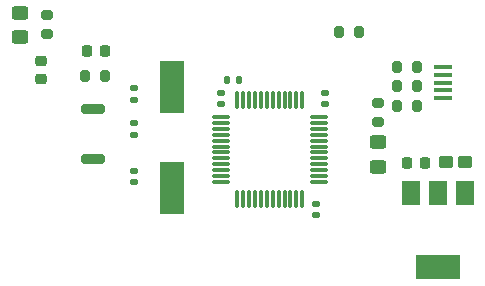
<source format=gbr>
%TF.GenerationSoftware,KiCad,Pcbnew,(6.0.5-0)*%
%TF.CreationDate,2022-07-12T00:15:49+05:30*%
%TF.ProjectId,STM32F103C8T6,53544d33-3246-4313-9033-433854362e6b,rev?*%
%TF.SameCoordinates,Original*%
%TF.FileFunction,Paste,Top*%
%TF.FilePolarity,Positive*%
%FSLAX46Y46*%
G04 Gerber Fmt 4.6, Leading zero omitted, Abs format (unit mm)*
G04 Created by KiCad (PCBNEW (6.0.5-0)) date 2022-07-12 00:15:49*
%MOMM*%
%LPD*%
G01*
G04 APERTURE LIST*
G04 Aperture macros list*
%AMRoundRect*
0 Rectangle with rounded corners*
0 $1 Rounding radius*
0 $2 $3 $4 $5 $6 $7 $8 $9 X,Y pos of 4 corners*
0 Add a 4 corners polygon primitive as box body*
4,1,4,$2,$3,$4,$5,$6,$7,$8,$9,$2,$3,0*
0 Add four circle primitives for the rounded corners*
1,1,$1+$1,$2,$3*
1,1,$1+$1,$4,$5*
1,1,$1+$1,$6,$7*
1,1,$1+$1,$8,$9*
0 Add four rect primitives between the rounded corners*
20,1,$1+$1,$2,$3,$4,$5,0*
20,1,$1+$1,$4,$5,$6,$7,0*
20,1,$1+$1,$6,$7,$8,$9,0*
20,1,$1+$1,$8,$9,$2,$3,0*%
G04 Aperture macros list end*
%ADD10RoundRect,0.225000X0.250000X-0.225000X0.250000X0.225000X-0.250000X0.225000X-0.250000X-0.225000X0*%
%ADD11RoundRect,0.200000X0.275000X-0.200000X0.275000X0.200000X-0.275000X0.200000X-0.275000X-0.200000X0*%
%ADD12RoundRect,0.250000X-0.375000X-0.275000X0.375000X-0.275000X0.375000X0.275000X-0.375000X0.275000X0*%
%ADD13RoundRect,0.200000X0.800000X-0.200000X0.800000X0.200000X-0.800000X0.200000X-0.800000X-0.200000X0*%
%ADD14R,2.000000X4.500000*%
%ADD15RoundRect,0.140000X-0.170000X0.140000X-0.170000X-0.140000X0.170000X-0.140000X0.170000X0.140000X0*%
%ADD16RoundRect,0.200000X0.200000X0.275000X-0.200000X0.275000X-0.200000X-0.275000X0.200000X-0.275000X0*%
%ADD17RoundRect,0.140000X-0.140000X-0.170000X0.140000X-0.170000X0.140000X0.170000X-0.140000X0.170000X0*%
%ADD18RoundRect,0.135000X-0.185000X0.135000X-0.185000X-0.135000X0.185000X-0.135000X0.185000X0.135000X0*%
%ADD19RoundRect,0.225000X0.225000X0.250000X-0.225000X0.250000X-0.225000X-0.250000X0.225000X-0.250000X0*%
%ADD20RoundRect,0.140000X0.170000X-0.140000X0.170000X0.140000X-0.170000X0.140000X-0.170000X-0.140000X0*%
%ADD21RoundRect,0.200000X-0.200000X-0.275000X0.200000X-0.275000X0.200000X0.275000X-0.200000X0.275000X0*%
%ADD22RoundRect,0.075000X-0.662500X-0.075000X0.662500X-0.075000X0.662500X0.075000X-0.662500X0.075000X0*%
%ADD23RoundRect,0.075000X-0.075000X-0.662500X0.075000X-0.662500X0.075000X0.662500X-0.075000X0.662500X0*%
%ADD24RoundRect,0.225000X-0.225000X-0.250000X0.225000X-0.250000X0.225000X0.250000X-0.225000X0.250000X0*%
%ADD25R,1.500000X0.450000*%
%ADD26RoundRect,0.250000X-0.450000X0.325000X-0.450000X-0.325000X0.450000X-0.325000X0.450000X0.325000X0*%
%ADD27R,1.500000X2.000000*%
%ADD28R,3.800000X2.000000*%
%ADD29RoundRect,0.250000X0.450000X-0.325000X0.450000X0.325000X-0.450000X0.325000X-0.450000X-0.325000X0*%
G04 APERTURE END LIST*
D10*
%TO.C,C12*%
X116710000Y-121365000D03*
X116710000Y-119815000D03*
%TD*%
D11*
%TO.C,R1*%
X145300000Y-125005000D03*
X145300000Y-123355000D03*
%TD*%
D12*
%TO.C,C2*%
X151030000Y-128370000D03*
X152630000Y-128370000D03*
%TD*%
D13*
%TO.C,SW1*%
X121160000Y-128100000D03*
X121160000Y-123900000D03*
%TD*%
D14*
%TO.C,Y1*%
X127800000Y-122040000D03*
X127800000Y-130540000D03*
%TD*%
D15*
%TO.C,C4*%
X124600000Y-122120000D03*
X124600000Y-123080000D03*
%TD*%
D16*
%TO.C,R6*%
X148555000Y-121970000D03*
X146905000Y-121970000D03*
%TD*%
D17*
%TO.C,C7*%
X132520000Y-121400000D03*
X133480000Y-121400000D03*
%TD*%
D18*
%TO.C,R10*%
X124600000Y-125090000D03*
X124600000Y-126110000D03*
%TD*%
D19*
%TO.C,C13*%
X122175000Y-119000000D03*
X120625000Y-119000000D03*
%TD*%
D20*
%TO.C,C3*%
X132000000Y-123480000D03*
X132000000Y-122520000D03*
%TD*%
D11*
%TO.C,R8*%
X117288750Y-117562500D03*
X117288750Y-115912500D03*
%TD*%
D15*
%TO.C,C8*%
X140800000Y-122520000D03*
X140800000Y-123480000D03*
%TD*%
D16*
%TO.C,R5*%
X148565000Y-120300000D03*
X146915000Y-120300000D03*
%TD*%
D21*
%TO.C,R2*%
X141975000Y-117400000D03*
X143625000Y-117400000D03*
%TD*%
D22*
%TO.C,U1*%
X131947500Y-124560000D03*
X131947500Y-125060000D03*
X131947500Y-125560000D03*
X131947500Y-126060000D03*
X131947500Y-126560000D03*
X131947500Y-127060000D03*
X131947500Y-127560000D03*
X131947500Y-128060000D03*
X131947500Y-128560000D03*
X131947500Y-129060000D03*
X131947500Y-129560000D03*
X131947500Y-130060000D03*
D23*
X133360000Y-131472500D03*
X133860000Y-131472500D03*
X134360000Y-131472500D03*
X134860000Y-131472500D03*
X135360000Y-131472500D03*
X135860000Y-131472500D03*
X136360000Y-131472500D03*
X136860000Y-131472500D03*
X137360000Y-131472500D03*
X137860000Y-131472500D03*
X138360000Y-131472500D03*
X138860000Y-131472500D03*
D22*
X140272500Y-130060000D03*
X140272500Y-129560000D03*
X140272500Y-129060000D03*
X140272500Y-128560000D03*
X140272500Y-128060000D03*
X140272500Y-127560000D03*
X140272500Y-127060000D03*
X140272500Y-126560000D03*
X140272500Y-126060000D03*
X140272500Y-125560000D03*
X140272500Y-125060000D03*
X140272500Y-124560000D03*
D23*
X138860000Y-123147500D03*
X138360000Y-123147500D03*
X137860000Y-123147500D03*
X137360000Y-123147500D03*
X136860000Y-123147500D03*
X136360000Y-123147500D03*
X135860000Y-123147500D03*
X135360000Y-123147500D03*
X134860000Y-123147500D03*
X134360000Y-123147500D03*
X133860000Y-123147500D03*
X133360000Y-123147500D03*
%TD*%
D24*
%TO.C,C1*%
X147715000Y-128480000D03*
X149265000Y-128480000D03*
%TD*%
D21*
%TO.C,R9*%
X120495000Y-121060000D03*
X122145000Y-121060000D03*
%TD*%
D16*
%TO.C,R7*%
X148555000Y-123610000D03*
X146905000Y-123610000D03*
%TD*%
D25*
%TO.C,J1*%
X150785000Y-122940000D03*
X150785000Y-122290000D03*
X150785000Y-121640000D03*
X150785000Y-120990000D03*
X150785000Y-120340000D03*
%TD*%
D26*
%TO.C,D1*%
X145310000Y-126715000D03*
X145310000Y-128765000D03*
%TD*%
D15*
%TO.C,C5*%
X140000000Y-131920000D03*
X140000000Y-132880000D03*
%TD*%
%TO.C,C6*%
X124600000Y-129120000D03*
X124600000Y-130080000D03*
%TD*%
D27*
%TO.C,U2*%
X152660000Y-130990000D03*
D28*
X150360000Y-137290000D03*
D27*
X150360000Y-130990000D03*
X148060000Y-130990000D03*
%TD*%
D29*
%TO.C,D3*%
X114948750Y-117800000D03*
X114948750Y-115750000D03*
%TD*%
M02*

</source>
